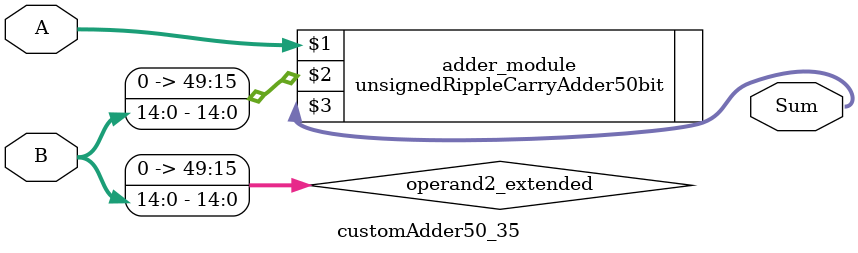
<source format=v>
module customAdder50_35(
                        input [49 : 0] A,
                        input [14 : 0] B,
                        
                        output [50 : 0] Sum
                );

        wire [49 : 0] operand2_extended;
        
        assign operand2_extended =  {35'b0, B};
        
        unsignedRippleCarryAdder50bit adder_module(
            A,
            operand2_extended,
            Sum
        );
        
        endmodule
        
</source>
